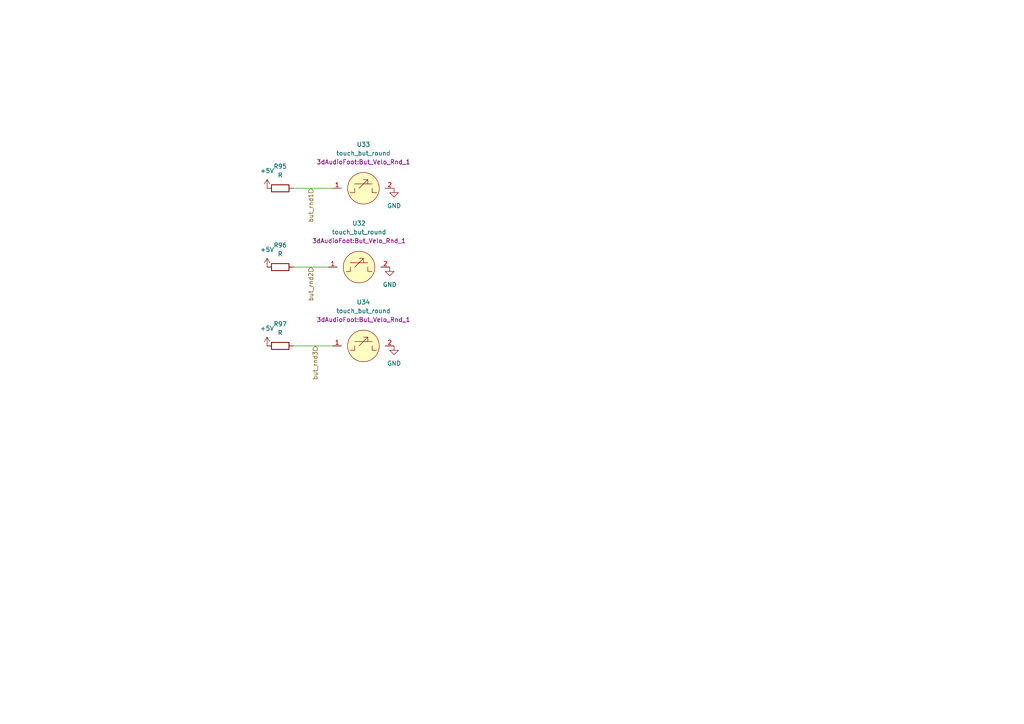
<source format=kicad_sch>
(kicad_sch (version 20230121) (generator eeschema)
  (paper "A4")
  (lib_symbols
    (symbol "3dAudioSym:touch_but_round"
      (property "Reference" "U" (at 7.62 6.35 0))
      (property "Value" "touch_but_round" (at -2.54 -5.08 0))
      (property "Footprint" "3dAudioFoot:But_Velo_Rnd_1" (at 1.27 8.89 0))
      (symbol "touch_but_round_0_1"
        (polyline (pts (xy -2.54 2.54) (xy 2.54 2.54)))
        (polyline (pts (xy -3.81 0) (xy -2.54 0) (xy -2.54 1.27)))
        (polyline (pts (xy 3.81 0) (xy 2.54 0) (xy 2.54 1.27)))
        (polyline (pts (xy -1.27 1.27) (xy 1.27 3.81) (xy 0 3.81) (xy 1.27 3.81) (xy 1.27 2.54)))
        (circle (center 0 1.27) (radius 4.5791) (fill (type background)))
      )
      (symbol "touch_but_round_1_1"
        (pin input line (at -8.89 1.27 0) (length 2.54) (name "") (number "1"))
        (pin input line (at 8.89 1.27 180) (length 2.54) (name "") (number "2"))
      )
    )
    (symbol "Device:R" (pin_numbers hide) (pin_names (offset 0))
      (property "Reference" "R" (at 2.032 0 90))
      (property "Value" "R" (at 0 0 90))
      (symbol "R_0_1"
        (rectangle (start -1.016 -2.54) (end 1.016 2.54) (stroke (width 0.254)))
      )
      (symbol "R_1_1"
        (pin passive line (at 0 3.81 270) (length 1.27) (name "~") (number "1"))
        (pin passive line (at 0 -3.81 90) (length 1.27) (name "~") (number "2"))
      )
    )
    (symbol "power:+5V" (power) (pin_names (offset 0))
      (property "Value" "+5V" (at 0 3.556 0))
      (symbol "+5V_0_1"
        (polyline (pts (xy -0.762 1.27) (xy 0 2.54)))
        (polyline (pts (xy 0 0) (xy 0 2.54)))
        (polyline (pts (xy 0 2.54) (xy 0.762 1.27)))
      )
      (symbol "+5V_1_1"
        (pin power_in line (at 0 0 90) (length 0) hide (name "+5V") (number "1"))
      )
    )
    (symbol "power:GND" (power) (pin_names (offset 0))
      (property "Value" "GND" (at 0 -3.81 0))
      (symbol "GND_0_1"
        (polyline (pts (xy 0 0) (xy 0 -1.27) (xy 1.27 -1.27) (xy 0 -2.54) (xy -1.27 -1.27) (xy 0 -1.27)))
      )
      (symbol "GND_1_1"
        (pin power_in line (at 0 0 270) (length 0) hide (name "GND") (number "1"))
      )
    )
    (symbol "touch_but_round_1"
      (property "Reference" "U" (at 7.62 6.35 0))
      (property "Value" "touch_but_round_1" (at -2.54 -5.08 0))
      (property "Footprint" "3dAudioFoot:But_Velo_Rnd_1" (at 1.27 8.89 0))
      (symbol "touch_but_round_1_0_1"
        (polyline (pts (xy -2.54 2.54) (xy 2.54 2.54)))
        (polyline (pts (xy -3.81 0) (xy -2.54 0) (xy -2.54 1.27)))
        (polyline (pts (xy 3.81 0) (xy 2.54 0) (xy 2.54 1.27)))
        (polyline (pts (xy -1.27 1.27) (xy 1.27 3.81) (xy 0 3.81) (xy 1.27 3.81) (xy 1.27 2.54)))
        (circle (center 0 1.27) (radius 4.5791) (fill (type background)))
      )
      (symbol "touch_but_round_1_1_1"
        (pin input line (at -8.89 1.27 0) (length 2.54) (name "") (number "1"))
        (pin input line (at 8.89 1.27 180) (length 2.54) (name "") (number "2"))
      )
    )
    (symbol "touch_but_round_2"
      (property "Reference" "U" (at 7.62 6.35 0))
      (property "Value" "touch_but_round_2" (at -2.54 -5.08 0))
      (property "Footprint" "3dAudioFoot:But_Velo_Rnd_1" (at 1.27 8.89 0))
      (symbol "touch_but_round_2_0_1"
        (polyline (pts (xy -2.54 2.54) (xy 2.54 2.54)))
        (polyline (pts (xy -3.81 0) (xy -2.54 0) (xy -2.54 1.27)))
        (polyline (pts (xy 3.81 0) (xy 2.54 0) (xy 2.54 1.27)))
        (polyline (pts (xy -1.27 1.27) (xy 1.27 3.81) (xy 0 3.81) (xy 1.27 3.81) (xy 1.27 2.54)))
        (circle (center 0 1.27) (radius 4.5791) (fill (type background)))
      )
      (symbol "touch_but_round_2_1_1"
        (pin input line (at -8.89 1.27 0) (length 2.54) (name "") (number "1"))
        (pin input line (at 8.89 1.27 180) (length 2.54) (name "") (number "2"))
      )
    )
  )
  (wire (pts (xy 85.09 54.61) (xy 96.52 54.61)))
  (wire (pts (xy 85.09 100.33) (xy 96.52 100.33)))
  (wire (pts (xy 85.09 77.47) (xy 95.25 77.47)))
  (hierarchical_label "but_rnd3" (shape input) (at 91.44 100.33 270))
  (hierarchical_label "but_rnd2" (shape input) (at 90.17 77.47 270))
  (hierarchical_label "but_rnd1" (shape input) (at 90.17 54.61 270))
  (symbol (lib_id "Device:R") (at 81.28 100.33 90) (unit 1)
    (property "Reference" "R97" (at 81.28 93.98 90))
    (property "Value" "R" (at 81.28 96.52 90))
    (property "Footprint" "Resistor_SMD:R_1206_3216Metric_Pad1.30x1.75mm_HandSolder" (effects hide))
  )
  (symbol (lib_id "Device:R") (at 81.28 54.61 90) (unit 1)
    (property "Reference" "R95" (at 81.28 48.26 90))
    (property "Value" "R" (at 81.28 50.8 90))
    (property "Footprint" "Resistor_SMD:R_1206_3216Metric_Pad1.30x1.75mm_HandSolder" (effects hide))
  )
  (symbol (lib_id "power:GND") (at 113.03 77.47 0) (unit 1)
    (property "Reference" "#PWR070" (effects hide))
    (property "Value" "GND" (at 113.03 82.55 0))
  )
  (symbol (lib_id "power:GND") (at 114.3 100.33 0) (unit 1)
    (property "Reference" "#PWR072" (effects hide))
    (property "Value" "GND" (at 114.3 105.41 0))
  )
  (symbol (lib_id "power:GND") (at 114.3 54.61 0) (unit 1)
    (property "Reference" "#PWR071" (effects hide))
    (property "Value" "GND" (at 114.3 59.69 0))
  )
  (symbol (lib_id "3dAudioSym:touch_but_round") (at 105.41 101.6 0) (unit 1)
    (property "Reference" "U34" (at 105.41 87.63 0))
    (property "Value" "touch_but_round" (at 105.41 90.17 0))
    (property "Footprint" "3dAudioFoot:But_Velo_Rnd_1" (at 105.41 92.71 0))
  )
  (symbol (lib_id "power:+5V") (at 77.47 100.33 0) (unit 1)
    (property "Reference" "#PWR069" (effects hide))
    (property "Value" "+5V" (at 77.47 95.25 0))
  )
  (symbol (lib_id "power:+5V") (at 77.47 77.47 0) (unit 1)
    (property "Reference" "#PWR068" (effects hide))
    (property "Value" "+5V" (at 77.47 72.39 0))
  )
  (symbol (lib_name "touch_but_round_1") (lib_id "3dAudioSym:touch_but_round") (at 105.41 55.88 0) (unit 1)
    (property "Reference" "U33" (at 105.41 41.91 0))
    (property "Value" "touch_but_round" (at 105.41 44.45 0))
    (property "Footprint" "3dAudioFoot:But_Velo_Rnd_1" (at 105.41 46.99 0))
  )
  (symbol (lib_id "power:+5V") (at 77.47 54.61 0) (unit 1)
    (property "Reference" "#PWR067" (effects hide))
    (property "Value" "+5V" (at 77.47 49.53 0))
  )
  (symbol (lib_id "Device:R") (at 81.28 77.47 90) (unit 1)
    (property "Reference" "R96" (at 81.28 71.12 90))
    (property "Value" "R" (at 81.28 73.66 90))
    (property "Footprint" "Resistor_SMD:R_1206_3216Metric_Pad1.30x1.75mm_HandSolder" (effects hide))
  )
  (symbol (lib_name "touch_but_round_2") (lib_id "3dAudioSym:touch_but_round") (at 104.14 78.74 0) (unit 1)
    (property "Reference" "U32" (at 104.14 64.77 0))
    (property "Value" "touch_but_round" (at 104.14 67.31 0))
    (property "Footprint" "3dAudioFoot:But_Velo_Rnd_1" (at 104.14 69.85 0))
  )
)
</source>
